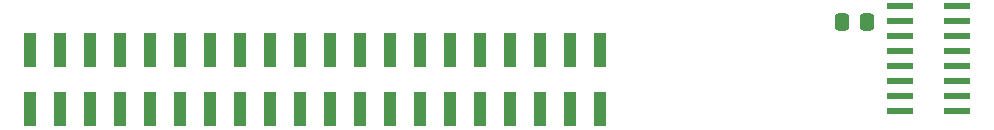
<source format=gbp>
G04 #@! TF.GenerationSoftware,KiCad,Pcbnew,9.0.1*
G04 #@! TF.CreationDate,2025-08-16T12:46:55+08:00*
G04 #@! TF.ProjectId,final version,66696e61-6c20-4766-9572-73696f6e2e6b,rev?*
G04 #@! TF.SameCoordinates,Original*
G04 #@! TF.FileFunction,Paste,Bot*
G04 #@! TF.FilePolarity,Positive*
%FSLAX46Y46*%
G04 Gerber Fmt 4.6, Leading zero omitted, Abs format (unit mm)*
G04 Created by KiCad (PCBNEW 9.0.1) date 2025-08-16 12:46:55*
%MOMM*%
%LPD*%
G01*
G04 APERTURE LIST*
G04 Aperture macros list*
%AMRoundRect*
0 Rectangle with rounded corners*
0 $1 Rounding radius*
0 $2 $3 $4 $5 $6 $7 $8 $9 X,Y pos of 4 corners*
0 Add a 4 corners polygon primitive as box body*
4,1,4,$2,$3,$4,$5,$6,$7,$8,$9,$2,$3,0*
0 Add four circle primitives for the rounded corners*
1,1,$1+$1,$2,$3*
1,1,$1+$1,$4,$5*
1,1,$1+$1,$6,$7*
1,1,$1+$1,$8,$9*
0 Add four rect primitives between the rounded corners*
20,1,$1+$1,$2,$3,$4,$5,0*
20,1,$1+$1,$4,$5,$6,$7,0*
20,1,$1+$1,$6,$7,$8,$9,0*
20,1,$1+$1,$8,$9,$2,$3,0*%
G04 Aperture macros list end*
%ADD10RoundRect,0.250000X0.337500X0.475000X-0.337500X0.475000X-0.337500X-0.475000X0.337500X-0.475000X0*%
%ADD11R,2.286000X0.558800*%
%ADD12R,1.000000X3.000000*%
G04 APERTURE END LIST*
D10*
X143737500Y-111850000D03*
X141662500Y-111850000D03*
D11*
X151413000Y-110555000D03*
X151413000Y-111825000D03*
X151413000Y-113095000D03*
X151413000Y-114365000D03*
X151413000Y-115635000D03*
X151413000Y-116905000D03*
X151413000Y-118175000D03*
X151413000Y-119445000D03*
X146587000Y-119445000D03*
X146587000Y-118175000D03*
X146587000Y-116905000D03*
X146587000Y-115635000D03*
X146587000Y-114365000D03*
X146587000Y-113095000D03*
X146587000Y-111825000D03*
X146587000Y-110555000D03*
D12*
X121130000Y-114230000D03*
X121130000Y-119270000D03*
X118590000Y-114230000D03*
X118590000Y-119270000D03*
X116050000Y-114230000D03*
X116050000Y-119270000D03*
X113510000Y-114230000D03*
X113510000Y-119270000D03*
X110970000Y-114230000D03*
X110970000Y-119270000D03*
X108430000Y-114230000D03*
X108430000Y-119270000D03*
X105890000Y-114230000D03*
X105890000Y-119270000D03*
X103350000Y-114230000D03*
X103350000Y-119270000D03*
X100810000Y-114230000D03*
X100810000Y-119270000D03*
X98270000Y-114230000D03*
X98270000Y-119270000D03*
X95730000Y-114230000D03*
X95730000Y-119270000D03*
X93190000Y-114230000D03*
X93190000Y-119270000D03*
X90650000Y-114230000D03*
X90650000Y-119270000D03*
X88110000Y-114230000D03*
X88110000Y-119270000D03*
X85570000Y-114230000D03*
X85570000Y-119270000D03*
X83030000Y-114230000D03*
X83030000Y-119270000D03*
X80490000Y-114230000D03*
X80490000Y-119270000D03*
X77950000Y-114230000D03*
X77950000Y-119270000D03*
X75410000Y-114230000D03*
X75410000Y-119270000D03*
X72870000Y-114230000D03*
X72870000Y-119270000D03*
M02*

</source>
